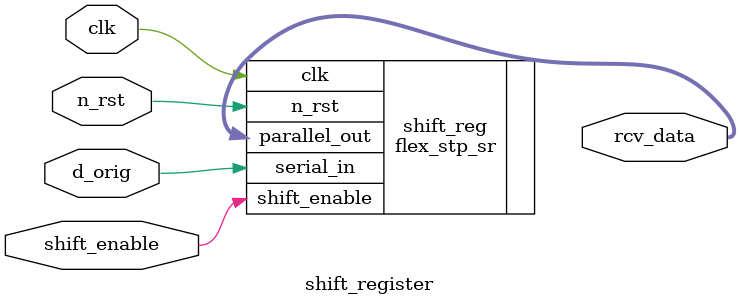
<source format=sv>
module shift_register
(
 input clk,
 input n_rst,
 input shift_enable,
 input d_orig,
 output [7:0] rcv_data
 );

   flex_stp_sr #(8,0) shift_reg (.clk(clk), .n_rst(n_rst), .shift_enable(shift_enable), .serial_in(d_orig), .parallel_out(rcv_data));
endmodule // shift_register

</source>
